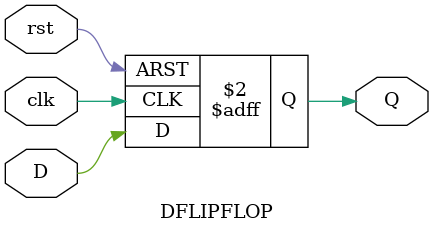
<source format=v>
module DFLIPFLOP (
    input  wire clk, rst, D,
    output reg  Q
);
    always @(posedge clk or posedge rst) begin
        if (rst)
            Q <= 1'b0;   // Reset
        else
            Q <= D;      // Capture D at clock edge
    end
endmodule

</source>
